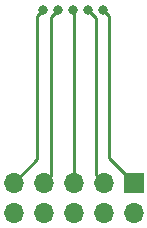
<source format=gbr>
G04 #@! TF.GenerationSoftware,KiCad,Pcbnew,(5.1.4)-1*
G04 #@! TF.CreationDate,2020-03-30T14:47:18-04:00*
G04 #@! TF.ProjectId,ProgAdapter,50726f67-4164-4617-9074-65722e6b6963,rev?*
G04 #@! TF.SameCoordinates,Original*
G04 #@! TF.FileFunction,Copper,L1,Top*
G04 #@! TF.FilePolarity,Positive*
%FSLAX46Y46*%
G04 Gerber Fmt 4.6, Leading zero omitted, Abs format (unit mm)*
G04 Created by KiCad (PCBNEW (5.1.4)-1) date 2020-03-30 14:47:18*
%MOMM*%
%LPD*%
G04 APERTURE LIST*
%ADD10O,1.700000X1.700000*%
%ADD11R,1.700000X1.700000*%
%ADD12C,0.800000*%
%ADD13C,0.250000*%
G04 APERTURE END LIST*
D10*
X109420000Y-97640000D03*
X109420000Y-95100000D03*
X111960000Y-97640000D03*
X111960000Y-95100000D03*
X114500000Y-97640000D03*
X114500000Y-95100000D03*
X117040000Y-97640000D03*
X117040000Y-95100000D03*
X119580000Y-97640000D03*
D11*
X119580000Y-95100000D03*
D12*
X117000000Y-80500000D03*
X115725000Y-80500000D03*
X114450000Y-80500000D03*
X113175000Y-80500000D03*
X111900000Y-80500000D03*
D13*
X117500000Y-81000000D02*
X117000000Y-80500000D01*
X119580000Y-95100000D02*
X117500000Y-93020000D01*
X117500000Y-93020000D02*
X117500000Y-81000000D01*
X116400000Y-81175000D02*
X115725000Y-80500000D01*
X117040000Y-95100000D02*
X116400000Y-94460000D01*
X116400000Y-94460000D02*
X116400000Y-81175000D01*
X114500000Y-80550000D02*
X114450000Y-80500000D01*
X114500000Y-95100000D02*
X114500000Y-80550000D01*
X112600000Y-81075000D02*
X113175000Y-80500000D01*
X111960000Y-95100000D02*
X112600000Y-94460000D01*
X112600000Y-94460000D02*
X112600000Y-81075000D01*
X111400000Y-81000000D02*
X111900000Y-80500000D01*
X109420000Y-95100000D02*
X111400000Y-93120000D01*
X111400000Y-93120000D02*
X111400000Y-81000000D01*
M02*

</source>
